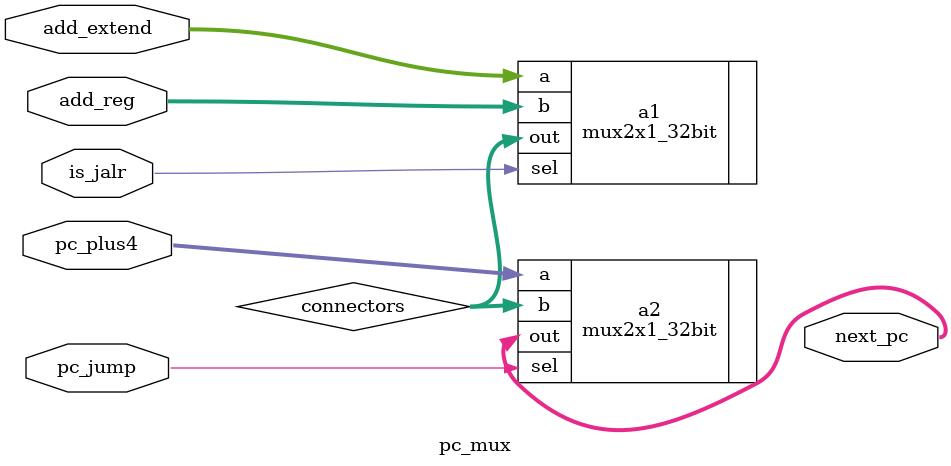
<source format=v>
`include "elements.v"

module pc_mux (input [31:0] add_extend, add_reg,pc_plus4,input is_jalr,pc_jump,output [31:0] next_pc);

wire [31:0] connectors;
mux2x1_32bit a1(.a(add_extend),.b(add_reg),.sel(is_jalr),.out(connectors));
mux2x1_32bit a2(.a(pc_plus4),.b(connectors),.sel(pc_jump),.out(next_pc));


endmodule
</source>
